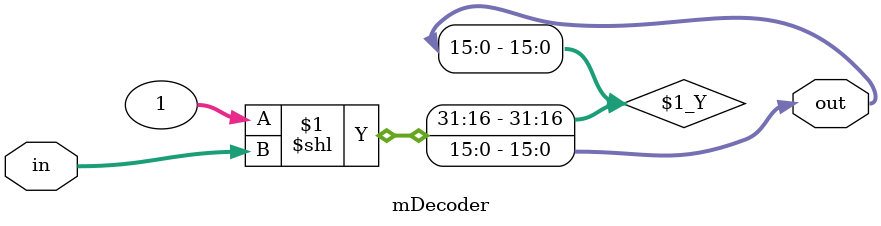
<source format=v>




module mDecoder #(
    parameter PARAM_N = 4
) (
    input [PARAM_N-1:0] in,
    output [2**PARAM_N-1:0] out
);



    assign out = 1 << in;




    
endmodule
</source>
